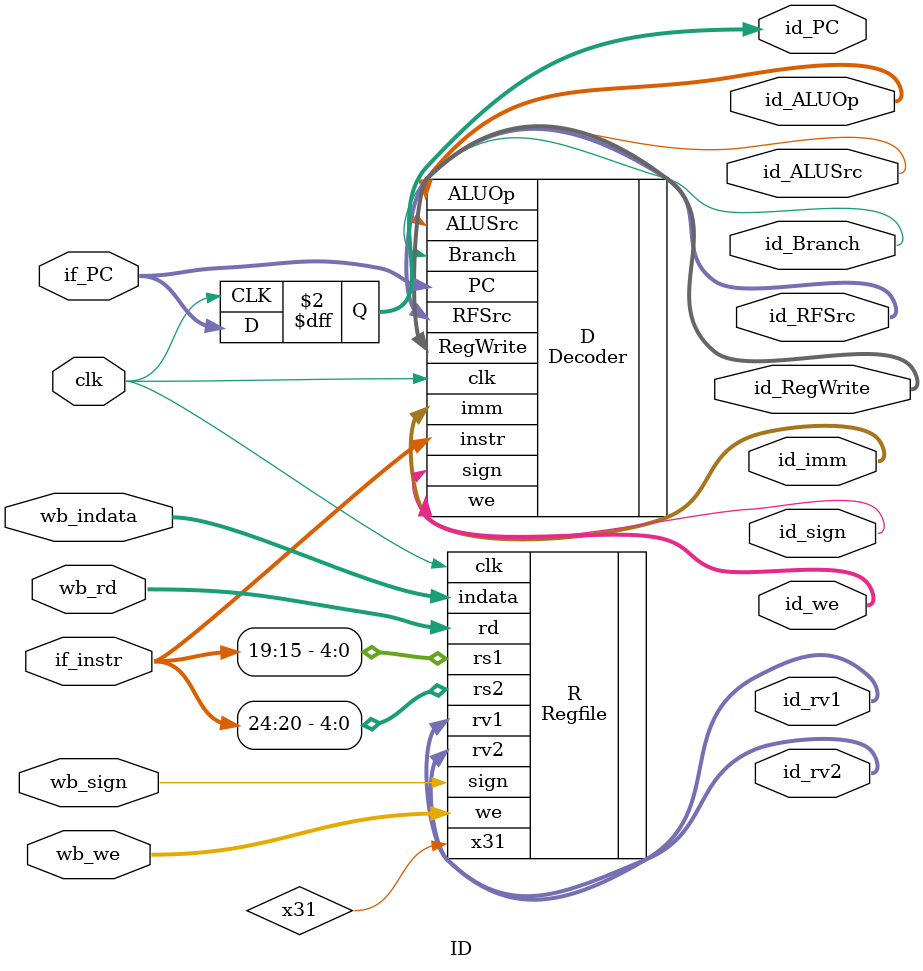
<source format=v>
`timescale 1ns / 1ps
module ID(
	input clk,
	input[31:0] if_PC,
	input[31:0] if_instr,
	input[4:0]  wb_rd,
	input[3:0]  wb_we,
	input			wb_sign,
	input[31:0]	wb_indata,
	
	output reg[31:0] id_PC,
	output[31:0] id_rv1,
	output[31:0] id_rv2,
	output[31:0] id_imm,
	output		 id_Branch,
	output[1:0]	 id_RFSrc,
   output		 id_ALUSrc,
	output[3:0]	 id_we,
	output[3:0]	 id_RegWrite,
	output		 id_sign,
	output[6:0]	 id_ALUOp
	);
	 
Regfile R (
    .clk(clk), 
    .rs1(if_instr[19:15]), 
    .rs2(if_instr[24:20]), 
    .rd(wb_rd), 
    .we(wb_we), 
    .sign(wb_sign), 
    .indata(wb_indata), 
    .rv1(id_rv1), 
    .rv2(id_rv2), 
    .x31(x31)
    );
	 
Decoder D (
	 .clk(clk),
    .instr(if_instr), 
    .PC(if_PC),
	 .ALUOp(id_ALUOp),
    .Branch(id_Branch),
    .RFSrc(id_RFSrc), 
    .we(id_we), 
    .ALUSrc(id_ALUSrc), 
    .RegWrite(id_RegWrite), 
    .imm(id_imm), 
    .sign(id_sign)
    );

always@(posedge clk)
begin
	id_PC = if_PC;
end
endmodule

</source>
